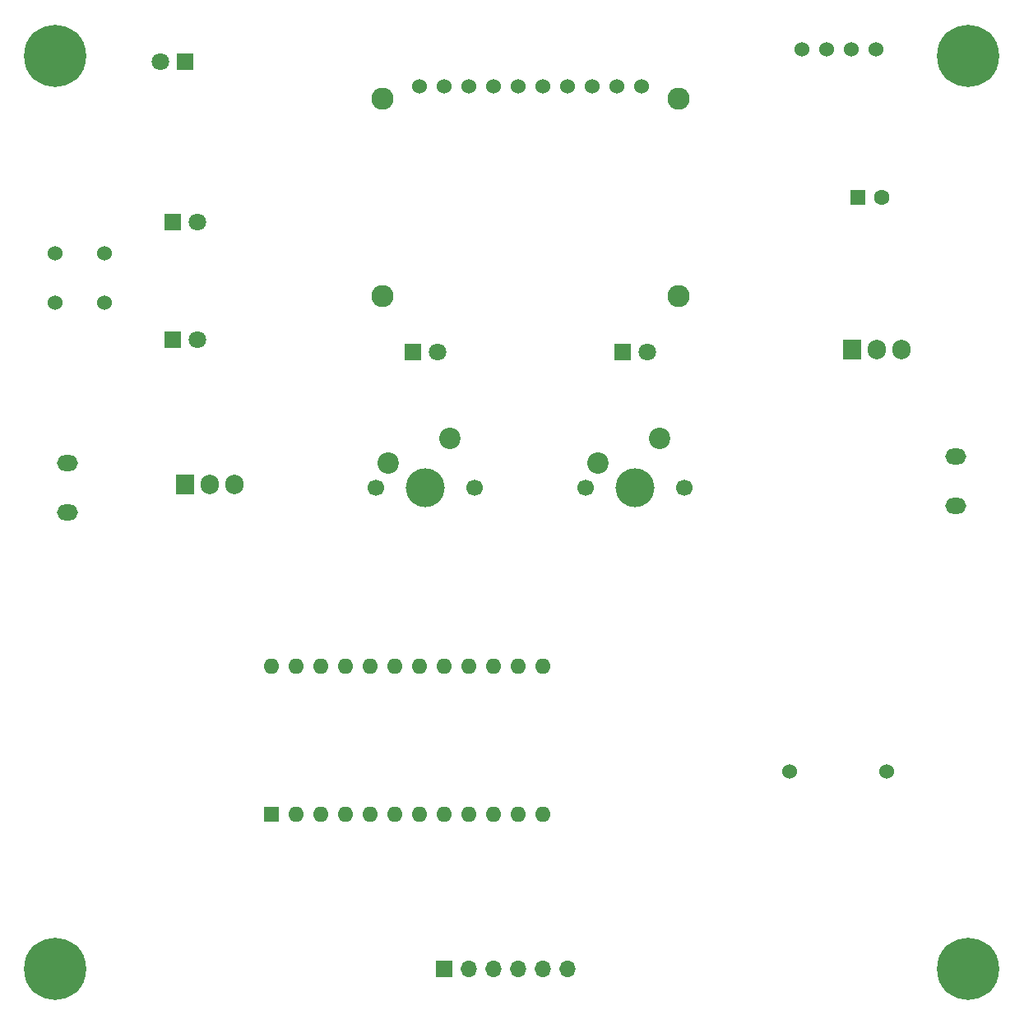
<source format=gbr>
%TF.GenerationSoftware,KiCad,Pcbnew,7.0.8-7.0.8~ubuntu22.04.1*%
%TF.CreationDate,2023-11-09T16:27:44-05:00*%
%TF.ProjectId,boot_camp_pcb,626f6f74-5f63-4616-9d70-5f7063622e6b,rev?*%
%TF.SameCoordinates,Original*%
%TF.FileFunction,Soldermask,Bot*%
%TF.FilePolarity,Negative*%
%FSLAX46Y46*%
G04 Gerber Fmt 4.6, Leading zero omitted, Abs format (unit mm)*
G04 Created by KiCad (PCBNEW 7.0.8-7.0.8~ubuntu22.04.1) date 2023-11-09 16:27:44*
%MOMM*%
%LPD*%
G01*
G04 APERTURE LIST*
%ADD10O,1.905000X2.000000*%
%ADD11R,1.905000X2.000000*%
%ADD12R,1.700000X1.700000*%
%ADD13O,1.700000X1.700000*%
%ADD14C,1.524000*%
%ADD15R,1.800000X1.800000*%
%ADD16C,1.800000*%
%ADD17R,1.600000X1.600000*%
%ADD18C,1.600000*%
%ADD19C,2.286000*%
%ADD20C,1.700000*%
%ADD21C,4.000000*%
%ADD22C,2.200000*%
%ADD23O,2.159000X1.651000*%
%ADD24C,6.400000*%
%ADD25O,1.600000X1.600000*%
G04 APERTURE END LIST*
D10*
%TO.C,Q1*%
X131572000Y-74676000D03*
X129032000Y-74676000D03*
D11*
X126492000Y-74676000D03*
%TD*%
D12*
%TO.C,J2*%
X84455000Y-138430000D03*
D13*
X86995000Y-138430000D03*
X89535000Y-138430000D03*
X92075000Y-138430000D03*
X94615000Y-138430000D03*
X97155000Y-138430000D03*
%TD*%
D14*
%TO.C,SW1*%
X49530000Y-64770000D03*
X49530000Y-69850000D03*
X44450000Y-64770000D03*
X44450000Y-69850000D03*
%TD*%
D15*
%TO.C,D4*%
X56510000Y-61595000D03*
D16*
X59050000Y-61595000D03*
%TD*%
D17*
%TO.C,TH1*%
X127040000Y-59055000D03*
D18*
X129540000Y-59055000D03*
%TD*%
D15*
%TO.C,D3*%
X102870000Y-74930000D03*
D16*
X105410000Y-74930000D03*
%TD*%
D14*
%TO.C,DP1*%
X81915000Y-47625000D03*
X84455000Y-47625000D03*
X86995000Y-47625000D03*
X89535000Y-47625000D03*
X92075000Y-47625000D03*
X94615000Y-47625000D03*
X97155000Y-47625000D03*
X99695000Y-47625000D03*
X102235000Y-47625000D03*
X104775000Y-47625000D03*
D19*
X78105000Y-48895000D03*
X108585000Y-48895000D03*
X108585000Y-69215000D03*
X78105000Y-69215000D03*
%TD*%
D20*
%TO.C,SW3*%
X99060000Y-88900000D03*
D21*
X104140000Y-88900000D03*
D20*
X109220000Y-88900000D03*
D22*
X106680000Y-83820000D03*
X100330000Y-86360000D03*
%TD*%
D23*
%TO.C,M2*%
X137160000Y-90805000D03*
X137160000Y-85725000D03*
%TD*%
D15*
%TO.C,D2*%
X81275000Y-74930000D03*
D16*
X83815000Y-74930000D03*
%TD*%
D15*
%TO.C,D1*%
X56510000Y-73660000D03*
D16*
X59050000Y-73660000D03*
%TD*%
D14*
%TO.C,LS1*%
X120015000Y-118110000D03*
X130015000Y-118110000D03*
%TD*%
D24*
%TO.C,H2*%
X138430000Y-44450000D03*
%TD*%
%TO.C,H1*%
X44450000Y-44450000D03*
%TD*%
D23*
%TO.C,J1*%
X45720000Y-91440000D03*
X45720000Y-86360000D03*
%TD*%
D10*
%TO.C,U2*%
X62865000Y-88575000D03*
X60325000Y-88575000D03*
D11*
X57785000Y-88575000D03*
%TD*%
D14*
%TO.C,U1*%
X128905000Y-43815000D03*
X126365000Y-43815000D03*
X123825000Y-43815000D03*
X121285000Y-43815000D03*
%TD*%
D17*
%TO.C,A1*%
X66675000Y-122555000D03*
D25*
X69215000Y-122555000D03*
X71755000Y-122555000D03*
X74295000Y-122555000D03*
X76835000Y-122555000D03*
X79375000Y-122555000D03*
X81915000Y-122555000D03*
X84455000Y-122555000D03*
X86995000Y-122555000D03*
X89535000Y-122555000D03*
X92075000Y-122555000D03*
X94615000Y-122555000D03*
X94615000Y-107315000D03*
X92075000Y-107315000D03*
X89535000Y-107315000D03*
X86995000Y-107315000D03*
X84455000Y-107315000D03*
X81915000Y-107315000D03*
X79375000Y-107315000D03*
X76835000Y-107315000D03*
X74295000Y-107315000D03*
X71755000Y-107315000D03*
X69215000Y-107315000D03*
X66675000Y-107315000D03*
%TD*%
D15*
%TO.C,R7*%
X57790000Y-45085000D03*
D16*
X55250000Y-45085000D03*
%TD*%
D24*
%TO.C,H3*%
X44450000Y-138430000D03*
%TD*%
D20*
%TO.C,SW2*%
X77470000Y-88900000D03*
D21*
X82550000Y-88900000D03*
D20*
X87630000Y-88900000D03*
D22*
X85090000Y-83820000D03*
X78740000Y-86360000D03*
%TD*%
D24*
%TO.C,H4*%
X138430000Y-138430000D03*
%TD*%
M02*

</source>
